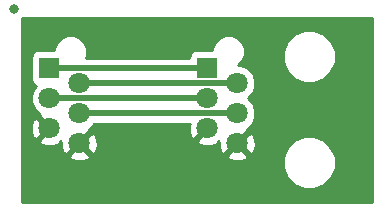
<source format=gbr>
G04 #@! TF.GenerationSoftware,KiCad,Pcbnew,5.0.2-bee76a0~70~ubuntu18.04.1*
G04 #@! TF.CreationDate,2020-01-23T12:49:50+01:00*
G04 #@! TF.ProjectId,flash_programmer,666c6173-685f-4707-926f-6772616d6d65,rev?*
G04 #@! TF.SameCoordinates,Original*
G04 #@! TF.FileFunction,Copper,L1,Top*
G04 #@! TF.FilePolarity,Positive*
%FSLAX46Y46*%
G04 Gerber Fmt 4.6, Leading zero omitted, Abs format (unit mm)*
G04 Created by KiCad (PCBNEW 5.0.2-bee76a0~70~ubuntu18.04.1) date Thu 23 Jan 2020 12:49:50 PM CET*
%MOMM*%
%LPD*%
G01*
G04 APERTURE LIST*
G04 #@! TA.AperFunction,ComponentPad*
%ADD10C,1.800000*%
G04 #@! TD*
G04 #@! TA.AperFunction,ComponentPad*
%ADD11R,1.800000X1.800000*%
G04 #@! TD*
G04 #@! TA.AperFunction,ViaPad*
%ADD12C,0.800000*%
G04 #@! TD*
G04 #@! TA.AperFunction,Conductor*
%ADD13C,0.500000*%
G04 #@! TD*
G04 #@! TA.AperFunction,Conductor*
%ADD14C,0.254000*%
G04 #@! TD*
G04 APERTURE END LIST*
D10*
G04 #@! TO.P,J1,6*
G04 #@! TO.N,GND*
X5540000Y-11350001D03*
G04 #@! TO.P,J1,5*
X3000000Y-10080001D03*
D11*
G04 #@! TO.P,J1,1*
G04 #@! TO.N,/SCK*
X3000000Y-5000001D03*
D10*
G04 #@! TO.P,J1,2*
G04 #@! TO.N,/SDO*
X5540000Y-6270001D03*
G04 #@! TO.P,J1,3*
G04 #@! TO.N,/SS*
X3000000Y-7540001D03*
G04 #@! TO.P,J1,4*
G04 #@! TO.N,/SDI*
X5540000Y-8810001D03*
G04 #@! TD*
G04 #@! TO.P,J2,4*
G04 #@! TO.N,/SDI*
X18915001Y-8810001D03*
G04 #@! TO.P,J2,3*
G04 #@! TO.N,/SS*
X16375001Y-7540001D03*
G04 #@! TO.P,J2,2*
G04 #@! TO.N,/SDO*
X18915001Y-6270001D03*
D11*
G04 #@! TO.P,J2,1*
G04 #@! TO.N,/SCK*
X16375001Y-5000001D03*
D10*
G04 #@! TO.P,J2,5*
G04 #@! TO.N,GND*
X16375001Y-10080001D03*
G04 #@! TO.P,J2,6*
X18915001Y-11350001D03*
G04 #@! TD*
D12*
G04 #@! TO.N,*
X0Y0D03*
G04 #@! TD*
D13*
G04 #@! TO.N,/SCK*
X3000000Y-5000001D02*
X16375001Y-5000001D01*
G04 #@! TO.N,/SDO*
X5540000Y-6270001D02*
X18915001Y-6270001D01*
G04 #@! TO.N,/SS*
X3000000Y-7540001D02*
X16375001Y-7540001D01*
G04 #@! TO.N,/SDI*
X16918003Y-8810001D02*
X18915001Y-8810001D01*
X5540000Y-8810001D02*
X16918003Y-8810001D01*
G04 #@! TD*
D14*
G04 #@! TO.N,GND*
G36*
X30290001Y-16290000D02*
X710000Y-16290000D01*
X710000Y-12430160D01*
X4639446Y-12430160D01*
X4725852Y-12686644D01*
X5299336Y-12896459D01*
X5909460Y-12870840D01*
X6354148Y-12686644D01*
X6440554Y-12430160D01*
X18014447Y-12430160D01*
X18100853Y-12686644D01*
X18674337Y-12896459D01*
X19284461Y-12870840D01*
X19729149Y-12686644D01*
X19773352Y-12555431D01*
X22765000Y-12555431D01*
X22765000Y-13444569D01*
X23105259Y-14266026D01*
X23733974Y-14894741D01*
X24555431Y-15235000D01*
X25444569Y-15235000D01*
X26266026Y-14894741D01*
X26894741Y-14266026D01*
X27235000Y-13444569D01*
X27235000Y-12555431D01*
X26894741Y-11733974D01*
X26266026Y-11105259D01*
X25444569Y-10765000D01*
X24555431Y-10765000D01*
X23733974Y-11105259D01*
X23105259Y-11733974D01*
X22765000Y-12555431D01*
X19773352Y-12555431D01*
X19815555Y-12430160D01*
X18915001Y-11529606D01*
X18014447Y-12430160D01*
X6440554Y-12430160D01*
X5540000Y-11529606D01*
X4639446Y-12430160D01*
X710000Y-12430160D01*
X710000Y-9839337D01*
X1453542Y-9839337D01*
X1479161Y-10449461D01*
X1663357Y-10894149D01*
X1919841Y-10980555D01*
X2820395Y-10080001D01*
X1919841Y-9179447D01*
X1663357Y-9265853D01*
X1453542Y-9839337D01*
X710000Y-9839337D01*
X710000Y-4100001D01*
X1452560Y-4100001D01*
X1452560Y-5900001D01*
X1501843Y-6147766D01*
X1642191Y-6357810D01*
X1852235Y-6498158D01*
X1867908Y-6501276D01*
X1698690Y-6670494D01*
X1465000Y-7234671D01*
X1465000Y-7845331D01*
X1698690Y-8409508D01*
X2130493Y-8841311D01*
X2150115Y-8849439D01*
X2099446Y-8999842D01*
X3000000Y-9900396D01*
X3014143Y-9886254D01*
X3193748Y-10065859D01*
X3179605Y-10080001D01*
X3193748Y-10094144D01*
X3014143Y-10273749D01*
X3000000Y-10259606D01*
X2099446Y-11160160D01*
X2185852Y-11416644D01*
X2759336Y-11626459D01*
X3369460Y-11600840D01*
X3814148Y-11416644D01*
X3900553Y-11160162D01*
X3999845Y-11259454D01*
X4019161Y-11719461D01*
X4203357Y-12164149D01*
X4459841Y-12250555D01*
X5360395Y-11350001D01*
X5719605Y-11350001D01*
X6620159Y-12250555D01*
X6876643Y-12164149D01*
X7086458Y-11590665D01*
X7060839Y-10980541D01*
X6876643Y-10535853D01*
X6620159Y-10449447D01*
X5719605Y-11350001D01*
X5360395Y-11350001D01*
X5346253Y-11335859D01*
X5525858Y-11156254D01*
X5540000Y-11170396D01*
X6440554Y-10269842D01*
X6389885Y-10119439D01*
X6409507Y-10111311D01*
X6825817Y-9695001D01*
X14881350Y-9695001D01*
X14828543Y-9839337D01*
X14854162Y-10449461D01*
X15038358Y-10894149D01*
X15294842Y-10980555D01*
X16195396Y-10080001D01*
X16181254Y-10065859D01*
X16360859Y-9886254D01*
X16375001Y-9900396D01*
X16389144Y-9886254D01*
X16568749Y-10065859D01*
X16554606Y-10080001D01*
X16568749Y-10094144D01*
X16389144Y-10273749D01*
X16375001Y-10259606D01*
X15474447Y-11160160D01*
X15560853Y-11416644D01*
X16134337Y-11626459D01*
X16744461Y-11600840D01*
X17189149Y-11416644D01*
X17275554Y-11160162D01*
X17374846Y-11259454D01*
X17394162Y-11719461D01*
X17578358Y-12164149D01*
X17834842Y-12250555D01*
X18735396Y-11350001D01*
X19094606Y-11350001D01*
X19995160Y-12250555D01*
X20251644Y-12164149D01*
X20461459Y-11590665D01*
X20435840Y-10980541D01*
X20251644Y-10535853D01*
X19995160Y-10449447D01*
X19094606Y-11350001D01*
X18735396Y-11350001D01*
X18721254Y-11335859D01*
X18900859Y-11156254D01*
X18915001Y-11170396D01*
X19815555Y-10269842D01*
X19764886Y-10119439D01*
X19784508Y-10111311D01*
X20216311Y-9679508D01*
X20450001Y-9115331D01*
X20450001Y-8504671D01*
X20216311Y-7940494D01*
X19815818Y-7540001D01*
X20216311Y-7139508D01*
X20450001Y-6575331D01*
X20450001Y-5964671D01*
X20216311Y-5400494D01*
X19784508Y-4968691D01*
X19220331Y-4735001D01*
X18998758Y-4735001D01*
X19349190Y-4384569D01*
X19560051Y-3875505D01*
X19560051Y-3555431D01*
X22765000Y-3555431D01*
X22765000Y-4444569D01*
X23105259Y-5266026D01*
X23733974Y-5894741D01*
X24555431Y-6235000D01*
X25444569Y-6235000D01*
X26266026Y-5894741D01*
X26894741Y-5266026D01*
X27235000Y-4444569D01*
X27235000Y-3555431D01*
X26894741Y-2733974D01*
X26266026Y-2105259D01*
X25444569Y-1765000D01*
X24555431Y-1765000D01*
X23733974Y-2105259D01*
X23105259Y-2733974D01*
X22765000Y-3555431D01*
X19560051Y-3555431D01*
X19560051Y-3324497D01*
X19349190Y-2815433D01*
X18959569Y-2425812D01*
X18450505Y-2214951D01*
X17899497Y-2214951D01*
X17390433Y-2425812D01*
X17000812Y-2815433D01*
X16789951Y-3324497D01*
X16789951Y-3452561D01*
X15475001Y-3452561D01*
X15227236Y-3501844D01*
X15017192Y-3642192D01*
X14876844Y-3852236D01*
X14827561Y-4100001D01*
X14827561Y-4115001D01*
X6085848Y-4115001D01*
X6185050Y-3875505D01*
X6185050Y-3324497D01*
X5974189Y-2815433D01*
X5584568Y-2425812D01*
X5075504Y-2214951D01*
X4524496Y-2214951D01*
X4015432Y-2425812D01*
X3625811Y-2815433D01*
X3414950Y-3324497D01*
X3414950Y-3452561D01*
X2100000Y-3452561D01*
X1852235Y-3501844D01*
X1642191Y-3642192D01*
X1501843Y-3852236D01*
X1452560Y-4100001D01*
X710000Y-4100001D01*
X710000Y-753711D01*
X753711Y-710000D01*
X30290000Y-710000D01*
X30290001Y-16290000D01*
X30290001Y-16290000D01*
G37*
X30290001Y-16290000D02*
X710000Y-16290000D01*
X710000Y-12430160D01*
X4639446Y-12430160D01*
X4725852Y-12686644D01*
X5299336Y-12896459D01*
X5909460Y-12870840D01*
X6354148Y-12686644D01*
X6440554Y-12430160D01*
X18014447Y-12430160D01*
X18100853Y-12686644D01*
X18674337Y-12896459D01*
X19284461Y-12870840D01*
X19729149Y-12686644D01*
X19773352Y-12555431D01*
X22765000Y-12555431D01*
X22765000Y-13444569D01*
X23105259Y-14266026D01*
X23733974Y-14894741D01*
X24555431Y-15235000D01*
X25444569Y-15235000D01*
X26266026Y-14894741D01*
X26894741Y-14266026D01*
X27235000Y-13444569D01*
X27235000Y-12555431D01*
X26894741Y-11733974D01*
X26266026Y-11105259D01*
X25444569Y-10765000D01*
X24555431Y-10765000D01*
X23733974Y-11105259D01*
X23105259Y-11733974D01*
X22765000Y-12555431D01*
X19773352Y-12555431D01*
X19815555Y-12430160D01*
X18915001Y-11529606D01*
X18014447Y-12430160D01*
X6440554Y-12430160D01*
X5540000Y-11529606D01*
X4639446Y-12430160D01*
X710000Y-12430160D01*
X710000Y-9839337D01*
X1453542Y-9839337D01*
X1479161Y-10449461D01*
X1663357Y-10894149D01*
X1919841Y-10980555D01*
X2820395Y-10080001D01*
X1919841Y-9179447D01*
X1663357Y-9265853D01*
X1453542Y-9839337D01*
X710000Y-9839337D01*
X710000Y-4100001D01*
X1452560Y-4100001D01*
X1452560Y-5900001D01*
X1501843Y-6147766D01*
X1642191Y-6357810D01*
X1852235Y-6498158D01*
X1867908Y-6501276D01*
X1698690Y-6670494D01*
X1465000Y-7234671D01*
X1465000Y-7845331D01*
X1698690Y-8409508D01*
X2130493Y-8841311D01*
X2150115Y-8849439D01*
X2099446Y-8999842D01*
X3000000Y-9900396D01*
X3014143Y-9886254D01*
X3193748Y-10065859D01*
X3179605Y-10080001D01*
X3193748Y-10094144D01*
X3014143Y-10273749D01*
X3000000Y-10259606D01*
X2099446Y-11160160D01*
X2185852Y-11416644D01*
X2759336Y-11626459D01*
X3369460Y-11600840D01*
X3814148Y-11416644D01*
X3900553Y-11160162D01*
X3999845Y-11259454D01*
X4019161Y-11719461D01*
X4203357Y-12164149D01*
X4459841Y-12250555D01*
X5360395Y-11350001D01*
X5719605Y-11350001D01*
X6620159Y-12250555D01*
X6876643Y-12164149D01*
X7086458Y-11590665D01*
X7060839Y-10980541D01*
X6876643Y-10535853D01*
X6620159Y-10449447D01*
X5719605Y-11350001D01*
X5360395Y-11350001D01*
X5346253Y-11335859D01*
X5525858Y-11156254D01*
X5540000Y-11170396D01*
X6440554Y-10269842D01*
X6389885Y-10119439D01*
X6409507Y-10111311D01*
X6825817Y-9695001D01*
X14881350Y-9695001D01*
X14828543Y-9839337D01*
X14854162Y-10449461D01*
X15038358Y-10894149D01*
X15294842Y-10980555D01*
X16195396Y-10080001D01*
X16181254Y-10065859D01*
X16360859Y-9886254D01*
X16375001Y-9900396D01*
X16389144Y-9886254D01*
X16568749Y-10065859D01*
X16554606Y-10080001D01*
X16568749Y-10094144D01*
X16389144Y-10273749D01*
X16375001Y-10259606D01*
X15474447Y-11160160D01*
X15560853Y-11416644D01*
X16134337Y-11626459D01*
X16744461Y-11600840D01*
X17189149Y-11416644D01*
X17275554Y-11160162D01*
X17374846Y-11259454D01*
X17394162Y-11719461D01*
X17578358Y-12164149D01*
X17834842Y-12250555D01*
X18735396Y-11350001D01*
X19094606Y-11350001D01*
X19995160Y-12250555D01*
X20251644Y-12164149D01*
X20461459Y-11590665D01*
X20435840Y-10980541D01*
X20251644Y-10535853D01*
X19995160Y-10449447D01*
X19094606Y-11350001D01*
X18735396Y-11350001D01*
X18721254Y-11335859D01*
X18900859Y-11156254D01*
X18915001Y-11170396D01*
X19815555Y-10269842D01*
X19764886Y-10119439D01*
X19784508Y-10111311D01*
X20216311Y-9679508D01*
X20450001Y-9115331D01*
X20450001Y-8504671D01*
X20216311Y-7940494D01*
X19815818Y-7540001D01*
X20216311Y-7139508D01*
X20450001Y-6575331D01*
X20450001Y-5964671D01*
X20216311Y-5400494D01*
X19784508Y-4968691D01*
X19220331Y-4735001D01*
X18998758Y-4735001D01*
X19349190Y-4384569D01*
X19560051Y-3875505D01*
X19560051Y-3555431D01*
X22765000Y-3555431D01*
X22765000Y-4444569D01*
X23105259Y-5266026D01*
X23733974Y-5894741D01*
X24555431Y-6235000D01*
X25444569Y-6235000D01*
X26266026Y-5894741D01*
X26894741Y-5266026D01*
X27235000Y-4444569D01*
X27235000Y-3555431D01*
X26894741Y-2733974D01*
X26266026Y-2105259D01*
X25444569Y-1765000D01*
X24555431Y-1765000D01*
X23733974Y-2105259D01*
X23105259Y-2733974D01*
X22765000Y-3555431D01*
X19560051Y-3555431D01*
X19560051Y-3324497D01*
X19349190Y-2815433D01*
X18959569Y-2425812D01*
X18450505Y-2214951D01*
X17899497Y-2214951D01*
X17390433Y-2425812D01*
X17000812Y-2815433D01*
X16789951Y-3324497D01*
X16789951Y-3452561D01*
X15475001Y-3452561D01*
X15227236Y-3501844D01*
X15017192Y-3642192D01*
X14876844Y-3852236D01*
X14827561Y-4100001D01*
X14827561Y-4115001D01*
X6085848Y-4115001D01*
X6185050Y-3875505D01*
X6185050Y-3324497D01*
X5974189Y-2815433D01*
X5584568Y-2425812D01*
X5075504Y-2214951D01*
X4524496Y-2214951D01*
X4015432Y-2425812D01*
X3625811Y-2815433D01*
X3414950Y-3324497D01*
X3414950Y-3452561D01*
X2100000Y-3452561D01*
X1852235Y-3501844D01*
X1642191Y-3642192D01*
X1501843Y-3852236D01*
X1452560Y-4100001D01*
X710000Y-4100001D01*
X710000Y-753711D01*
X753711Y-710000D01*
X30290000Y-710000D01*
X30290001Y-16290000D01*
G04 #@! TD*
M02*

</source>
